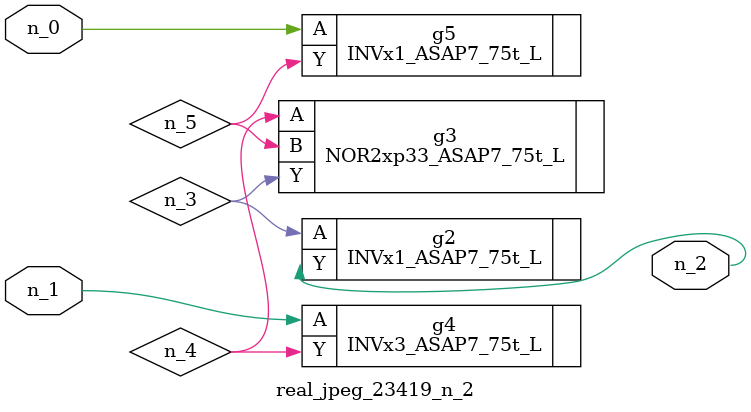
<source format=v>
module real_jpeg_23419_n_2 (n_1, n_0, n_2);

input n_1;
input n_0;

output n_2;

wire n_5;
wire n_4;
wire n_3;

INVx1_ASAP7_75t_L g5 ( 
.A(n_0),
.Y(n_5)
);

INVx3_ASAP7_75t_L g4 ( 
.A(n_1),
.Y(n_4)
);

INVx1_ASAP7_75t_L g2 ( 
.A(n_3),
.Y(n_2)
);

NOR2xp33_ASAP7_75t_L g3 ( 
.A(n_4),
.B(n_5),
.Y(n_3)
);


endmodule
</source>
